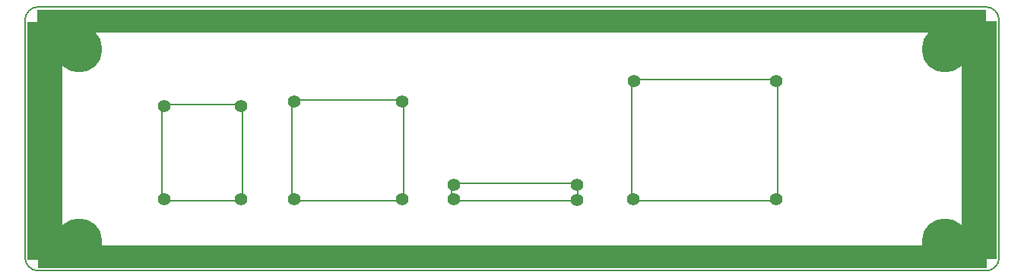
<source format=gbr>
%FSLAX36Y36*%
%MOMM*%
G04 EasyPC Gerber Version 18.0.8 Build 3632 *
%ADD27R,3.91000X26.66000*%
%ADD11C,0.12700*%
%ADD83C,1.41000*%
%ADD13C,5.16000*%
%ADD23R,105.66000X2.66000*%
X0Y0D02*
D02*
D11*
X22287500Y64911500D02*
G75*
G03X20787500Y63411500J-1500000D01*
G01*
Y36911500*
G75*
G03X22287500Y35411500I1500000*
G01*
X127787500*
G75*
G03X129287500Y36911500J1500000*
G01*
Y63411500*
G75*
G03X127787500Y64911500I-1500000*
G01*
X22287500*
X36537500Y54011500D02*
G75*
G03X36037500Y53511500J-500000D01*
G01*
Y43611500*
G75*
G03X36437500Y43211500I400000*
G01*
X44637500*
G75*
G03X45037500Y43611500J400000*
G01*
Y53511500*
G75*
G03X44537500Y54011500I-500000*
G01*
X36537500*
X51037500Y54511500D02*
G75*
G03X50537500Y54011500J-500000D01*
G01*
Y43711500*
G75*
G03X51037500Y43211500I500000*
G01*
X62487500*
G75*
G03X62987500Y43711500J500000*
G01*
Y54011500*
G75*
G03X62487500Y54511500I-500000*
G01*
X51037500*
X68837500Y45211500D02*
G75*
G03X68337500Y44711500J-500000D01*
G01*
Y43711500*
G75*
G03X68837500Y43211500I500000*
G01*
X81887500*
G75*
G03X82387500Y43711500J500000*
G01*
Y44711500*
G75*
G03X81887500Y45211500I-500000*
G01*
X68837500*
X88837500Y56811500D02*
G75*
G03X88337500Y56311500J-500000D01*
G01*
Y43711500*
G75*
G03X88837500Y43211500I500000*
G01*
X104087500*
G75*
G03X104587500Y43711500J500000*
G01*
Y56311500*
G75*
G03X104087500Y56811500I-500000*
G01*
X88837500*
D02*
D13*
X26787500Y38661500D03*
Y60161500D03*
X123287500Y38661500D03*
Y60161500D03*
D02*
D23*
X75012500Y63336500D03*
X75062500Y36986500D03*
D02*
D27*
X22987500Y49911500D03*
X127087500Y50036500D03*
D02*
D83*
X36287500Y43411500D03*
Y53811500D03*
X44887500Y43411500D03*
Y53811500D03*
X50787500Y43411500D03*
Y54311500D03*
X62837500Y43411500D03*
Y54311500D03*
X68575000Y43374000D03*
Y45061500D03*
X82275000Y43361500D03*
Y45024000D03*
X88550000Y43374000D03*
X88587500Y56586500D03*
X104450000Y43374000D03*
X104462500Y56636500D03*
X0Y0D02*
M02*

</source>
